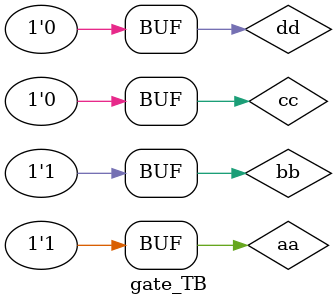
<source format=sv>
`timescale 1ns/1ns
module gate_TB();
	reg aa=0, bb=1, cc=0, dd=1;
	wire w1,w2,w3;
	Q3_gate Q3(aa,bb,cc,dd, w1);
	Q4_gate Q4(aa,bb,cc,dd, w2);
	Q5_gate Q5(aa,bb,cc,dd, w3);
	initial begin
		#100 aa=1;
		#50 aa=0;
		bb=0;
		cc=1;
		#100 dd=0;
		#200 dd=1;
		#50 aa=1;
		bb=1;
		#100 aa=0;
		#50 aa=1;
		cc=0;
		#100 dd=0;
	end
endmodule

</source>
